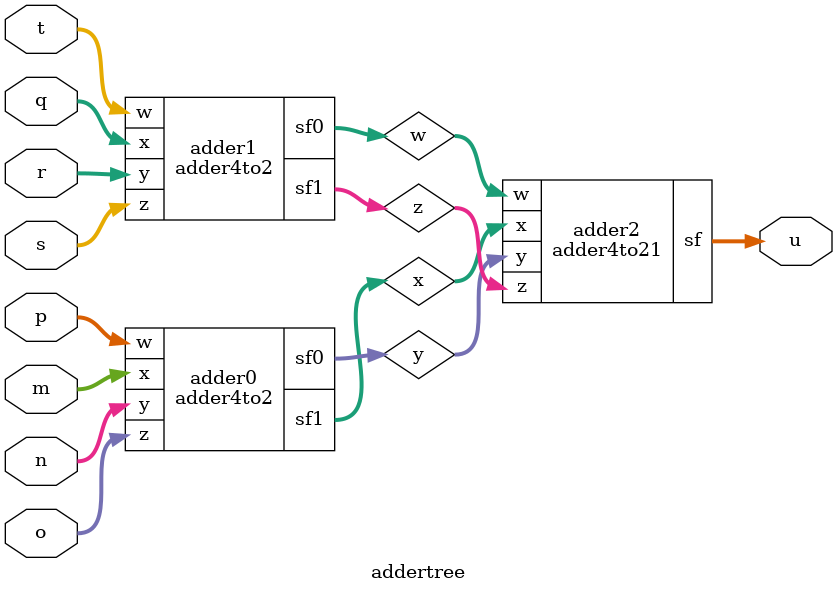
<source format=v>
module adder(s, co, a, b, ci);
   
   output s, co;
   input  a, b, ci;
   wire   o0, o1, o2;
   xor(s, a, b, ci);
   or(o0, a, b);
   or(o1, b, ci);
   or(o2, ci, a);
   and(co, o0, o1, o2);

endmodule // adder

module csa1(s, co, x, y, z);

    output [6:0] s;
	output [6:0] co;
	input  [6:0] x;
	input  [6:0] y;
	input  [6:0] z;
 
	adder a0(s[0], co[0], x[0], y[0], z[0]);
    adder a1(s[1], co[1], x[1], y[1], z[1]);
    adder a2(s[2], co[2], x[2], y[2], z[2]);
	adder a3(s[3], co[3], x[3], y[3], z[3]);
	adder a4(s[4], co[4], x[4], y[4], z[4]);
    adder a5(s[5], co[5], x[5], y[5], z[5]);
    adder a6(s[6], co[6], x[6], y[6], z[6]);
	
endmodule // CSA1

module csa2(s, co, x, y, cin);

    output [6:0] s;
	output [6:0] co;
	input  [6:0] x;
	input  [6:0] y;
	input  [6:0] cin;
	wire w;
 
    assign w =0;
	adder a0(s[0], co[0], x[0], y[0], w);
    adder a1(s[1], co[1], x[1], y[1], cin[0]);
    adder a2(s[2], co[2], x[2], y[2], cin[1]);
	adder a3(s[3], co[3], x[3], y[3], cin[2]);
	adder a4(s[4], co[4], x[4], y[4], cin[3]);
	adder a5(s[5], co[5], x[5], y[5], cin[4]);
	adder a6(s[6], co[6], x[6], y[6], cin[5]);
	
endmodule // CSA2

module cpa(s, co, x, cin);
    
	output [6:0] s;
	output co;
	input  [6:0] x;
	input  [6:0] cin;
	wire w, w1, w2, w3, w4, w5, w6;
	
	assign w =0;
	adder a0(s[0], w1, x[0], cin[0], w);
	adder a1(s[1], w2, x[1], cin[1], w1);
	adder a2(s[2], w3, x[2], cin[2], w2);
	adder a3(s[3], w4, x[3], cin[3], w3);
	adder a4(s[4], w5, x[4], cin[4], w4);
	adder a5(s[5], w6, x[5], cin[5], w5);
	adder a6(s[6], co, x[6], cin[6], w6);
	
endmodule // CPA

module adder4to2(sf1, sf0, x, y, z, w);

    output [6:0] sf1, sf0;
    input  [6:0] x,y,z,w;
    wire   [6:0] cp, sp, cs, ss, s, incpa;
	wire         co;
	
	csa1 c1(sp, cp, x, y, z);
	csa2 c2(ss, cs, w, sp, cp);
	assign incpa[0] = ss[1];
    assign incpa[1] = ss[2];
	assign incpa[2] = ss[3];
	assign incpa[3] = ss[4];
	assign incpa[4] = ss[5];
	assign incpa[5] = ss[6];
	assign incpa[6] = cp[6];
    cpa  cpa0(s, co, cs, incpa);
	assign sf0[0] = ss[0];
    assign sf0[1] = s[0];
	assign sf0[2] = s[1];
	assign sf0[3] = s[2];
	assign sf0[4] = 0;
	assign sf0[5] = 0;
	assign sf0[6] = 0;
	assign sf1[0] = 0;
	assign sf1[1] = 0;
	assign sf1[2] = 0;
	assign sf1[3] = 0;
	assign sf1[4] = s[3];
	assign sf1[5] = s[4];
	assign sf1[6] = 0;
	
endmodule // adder4to2	

module adder4to21(sf, x, y, z, w);

    output [8:0] sf;
    input  [6:0] x,y,z,w;
    wire   [6:0] cp, sp, cs, ss, s, incpa;
	wire         co;
	
	csa1 c1(sp, cp, x, y, z);
	csa2 c2(ss, cs, w, sp, cp);
	assign incpa[0] = ss[1];
    assign incpa[1] = ss[2];
	assign incpa[2] = ss[3];
	assign incpa[3] = ss[4];
	assign incpa[4] = ss[5];
	assign incpa[5] = ss[6];
	assign incpa[6] = cp[6];
    cpa  cpa0(s, co, cs, incpa);
	assign sf[0] = ss[0];
    assign sf[1] = s[0];
	assign sf[2] = s[1];
	assign sf[3] = s[2];
	assign sf[4] = s[3];
	assign sf[5] = s[4];
	assign sf[6] = s[5];
	assign sf[7] = s[6];
	assign sf[8] = co;
	
endmodule // adder4to21

module addertree(u, m, n, o, p, q, r, s, t);	

    output [8:0]  u;
	input  [6:0]  m, n, o, p, q, r, s, t;
	wire   [6:0]  x, y, z, w;
	
	adder4to2  adder0(x, y, m, n, o, p);
	adder4to2  adder1(z, w, q, r, s, t);
	adder4to21 adder2(u, x, y, z, w);
	
endmodule //addertree
</source>
